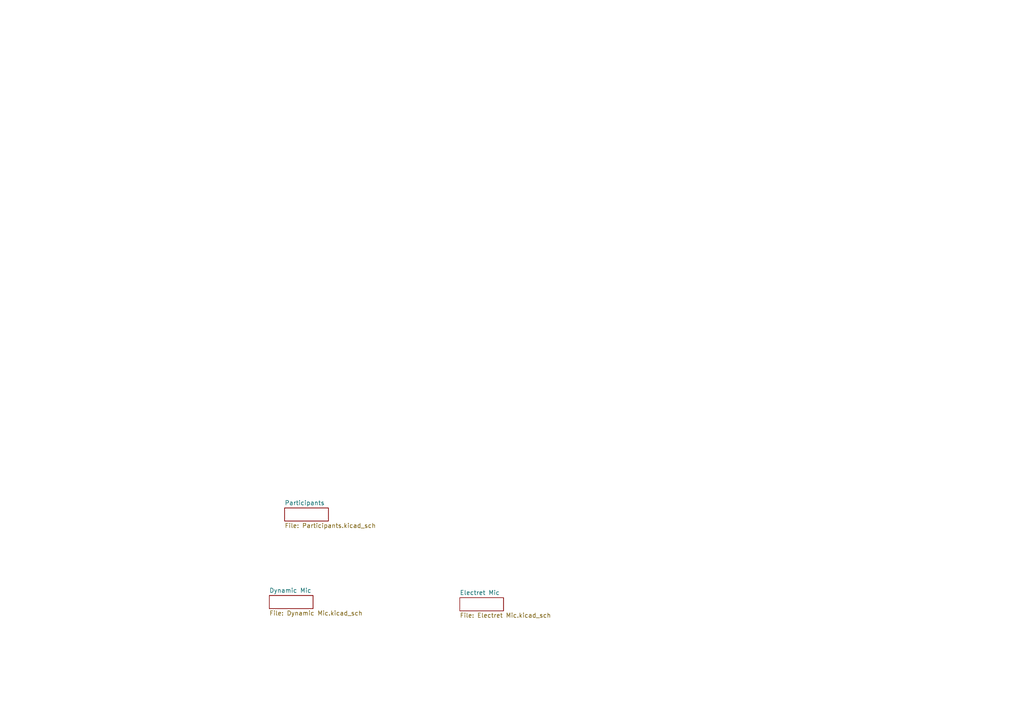
<source format=kicad_sch>
(kicad_sch (version 20211123) (generator eeschema)
  (paper "A4")
  (lib_symbols)
  (sheet (at 133.35 173.355) (size 12.7 3.81) (stroke (width 0.1524))
    (property "Sheet name" "Electret Mic" (at 133.35 172.6434 0) (effects (justify left bottom)))
    (property "Sheet file" "Electret Mic.kicad_sch" (at 133.35 177.7496 0) (effects (justify left top)))
  )
  (sheet (at 82.55 147.32) (size 12.7 3.81) (stroke (width 0.1524))
    (property "Sheet name" "Participants" (at 82.55 146.6084 0) (effects (justify left bottom)))
    (property "Sheet file" "Participants.kicad_sch" (at 82.55 151.7146 0) (effects (justify left top)))
  )
  (sheet (at 78.105 172.72) (size 12.7 3.81) (stroke (width 0.1524))
    (property "Sheet name" "Dynamic Mic" (at 78.105 172.0084 0) (effects (justify left bottom)))
    (property "Sheet file" "Dynamic Mic.kicad_sch" (at 78.105 177.1146 0) (effects (justify left top)))
  )
)
</source>
